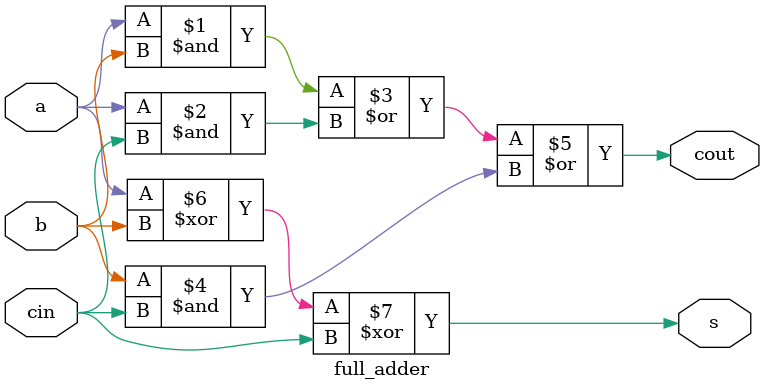
<source format=v>
module full_adder(
	input a,
	input b,
	input cin,
	output cout,
	output s);
	
	assign cout = (a & b) | (a & cin) | (b & cin);
	assign s = a ^ b ^ cin;
	
endmodule
</source>
